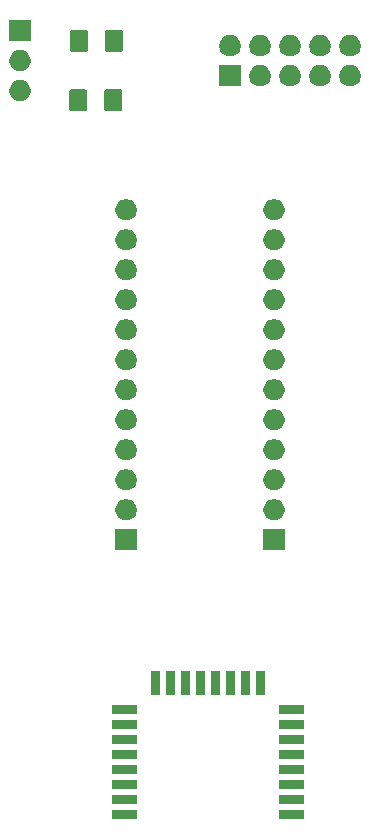
<source format=gbr>
G04 #@! TF.GenerationSoftware,KiCad,Pcbnew,(5.1.5)-3*
G04 #@! TF.CreationDate,2020-03-11T07:33:21-05:00*
G04 #@! TF.ProjectId,BreadboardBreakout,42726561-6462-46f6-9172-64427265616b,rev?*
G04 #@! TF.SameCoordinates,Original*
G04 #@! TF.FileFunction,Soldermask,Bot*
G04 #@! TF.FilePolarity,Negative*
%FSLAX46Y46*%
G04 Gerber Fmt 4.6, Leading zero omitted, Abs format (unit mm)*
G04 Created by KiCad (PCBNEW (5.1.5)-3) date 2020-03-11 07:33:21*
%MOMM*%
%LPD*%
G04 APERTURE LIST*
%ADD10C,0.100000*%
G04 APERTURE END LIST*
D10*
G36*
X8786800Y-28676800D02*
G01*
X6684800Y-28676800D01*
X6684800Y-27874800D01*
X8786800Y-27874800D01*
X8786800Y-28676800D01*
G37*
G36*
X-5313200Y-28676800D02*
G01*
X-7415200Y-28676800D01*
X-7415200Y-27874800D01*
X-5313200Y-27874800D01*
X-5313200Y-28676800D01*
G37*
G36*
X-5313200Y-27406800D02*
G01*
X-7415200Y-27406800D01*
X-7415200Y-26604800D01*
X-5313200Y-26604800D01*
X-5313200Y-27406800D01*
G37*
G36*
X8786800Y-27406800D02*
G01*
X6684800Y-27406800D01*
X6684800Y-26604800D01*
X8786800Y-26604800D01*
X8786800Y-27406800D01*
G37*
G36*
X-5313200Y-26136800D02*
G01*
X-7415200Y-26136800D01*
X-7415200Y-25334800D01*
X-5313200Y-25334800D01*
X-5313200Y-26136800D01*
G37*
G36*
X8786800Y-26136800D02*
G01*
X6684800Y-26136800D01*
X6684800Y-25334800D01*
X8786800Y-25334800D01*
X8786800Y-26136800D01*
G37*
G36*
X-5313200Y-24866800D02*
G01*
X-7415200Y-24866800D01*
X-7415200Y-24064800D01*
X-5313200Y-24064800D01*
X-5313200Y-24866800D01*
G37*
G36*
X8786800Y-24866800D02*
G01*
X6684800Y-24866800D01*
X6684800Y-24064800D01*
X8786800Y-24064800D01*
X8786800Y-24866800D01*
G37*
G36*
X-5313200Y-23596800D02*
G01*
X-7415200Y-23596800D01*
X-7415200Y-22794800D01*
X-5313200Y-22794800D01*
X-5313200Y-23596800D01*
G37*
G36*
X8786800Y-23596800D02*
G01*
X6684800Y-23596800D01*
X6684800Y-22794800D01*
X8786800Y-22794800D01*
X8786800Y-23596800D01*
G37*
G36*
X8786800Y-22326800D02*
G01*
X6684800Y-22326800D01*
X6684800Y-21524800D01*
X8786800Y-21524800D01*
X8786800Y-22326800D01*
G37*
G36*
X-5313200Y-22326800D02*
G01*
X-7415200Y-22326800D01*
X-7415200Y-21524800D01*
X-5313200Y-21524800D01*
X-5313200Y-22326800D01*
G37*
G36*
X8786800Y-21056800D02*
G01*
X6684800Y-21056800D01*
X6684800Y-20254800D01*
X8786800Y-20254800D01*
X8786800Y-21056800D01*
G37*
G36*
X-5313200Y-21056800D02*
G01*
X-7415200Y-21056800D01*
X-7415200Y-20254800D01*
X-5313200Y-20254800D01*
X-5313200Y-21056800D01*
G37*
G36*
X8786800Y-19786800D02*
G01*
X6684800Y-19786800D01*
X6684800Y-18984800D01*
X8786800Y-18984800D01*
X8786800Y-19786800D01*
G37*
G36*
X-5313200Y-19786800D02*
G01*
X-7415200Y-19786800D01*
X-7415200Y-18984800D01*
X-5313200Y-18984800D01*
X-5313200Y-19786800D01*
G37*
G36*
X-3373200Y-18176800D02*
G01*
X-4175200Y-18176800D01*
X-4175200Y-16074800D01*
X-3373200Y-16074800D01*
X-3373200Y-18176800D01*
G37*
G36*
X5516800Y-18176800D02*
G01*
X4714800Y-18176800D01*
X4714800Y-16074800D01*
X5516800Y-16074800D01*
X5516800Y-18176800D01*
G37*
G36*
X4246800Y-18176800D02*
G01*
X3444800Y-18176800D01*
X3444800Y-16074800D01*
X4246800Y-16074800D01*
X4246800Y-18176800D01*
G37*
G36*
X2976800Y-18176800D02*
G01*
X2174800Y-18176800D01*
X2174800Y-16074800D01*
X2976800Y-16074800D01*
X2976800Y-18176800D01*
G37*
G36*
X1706800Y-18176800D02*
G01*
X904800Y-18176800D01*
X904800Y-16074800D01*
X1706800Y-16074800D01*
X1706800Y-18176800D01*
G37*
G36*
X436800Y-18176800D02*
G01*
X-365200Y-18176800D01*
X-365200Y-16074800D01*
X436800Y-16074800D01*
X436800Y-18176800D01*
G37*
G36*
X-2103200Y-18176800D02*
G01*
X-2905200Y-18176800D01*
X-2905200Y-16074800D01*
X-2103200Y-16074800D01*
X-2103200Y-18176800D01*
G37*
G36*
X-833200Y-18176800D02*
G01*
X-1635200Y-18176800D01*
X-1635200Y-16074800D01*
X-833200Y-16074800D01*
X-833200Y-18176800D01*
G37*
G36*
X7161000Y-5901000D02*
G01*
X5359000Y-5901000D01*
X5359000Y-4099000D01*
X7161000Y-4099000D01*
X7161000Y-5901000D01*
G37*
G36*
X-5359000Y-5901000D02*
G01*
X-7161000Y-5901000D01*
X-7161000Y-4099000D01*
X-5359000Y-4099000D01*
X-5359000Y-5901000D01*
G37*
G36*
X-6146488Y-1563927D02*
G01*
X-5997188Y-1593624D01*
X-5833216Y-1661544D01*
X-5685646Y-1760147D01*
X-5560147Y-1885646D01*
X-5461544Y-2033216D01*
X-5393624Y-2197188D01*
X-5359000Y-2371259D01*
X-5359000Y-2548741D01*
X-5393624Y-2722812D01*
X-5461544Y-2886784D01*
X-5560147Y-3034354D01*
X-5685646Y-3159853D01*
X-5833216Y-3258456D01*
X-5997188Y-3326376D01*
X-6146488Y-3356073D01*
X-6171258Y-3361000D01*
X-6348742Y-3361000D01*
X-6373512Y-3356073D01*
X-6522812Y-3326376D01*
X-6686784Y-3258456D01*
X-6834354Y-3159853D01*
X-6959853Y-3034354D01*
X-7058456Y-2886784D01*
X-7126376Y-2722812D01*
X-7161000Y-2548741D01*
X-7161000Y-2371259D01*
X-7126376Y-2197188D01*
X-7058456Y-2033216D01*
X-6959853Y-1885646D01*
X-6834354Y-1760147D01*
X-6686784Y-1661544D01*
X-6522812Y-1593624D01*
X-6373512Y-1563927D01*
X-6348742Y-1559000D01*
X-6171258Y-1559000D01*
X-6146488Y-1563927D01*
G37*
G36*
X6373512Y-1563927D02*
G01*
X6522812Y-1593624D01*
X6686784Y-1661544D01*
X6834354Y-1760147D01*
X6959853Y-1885646D01*
X7058456Y-2033216D01*
X7126376Y-2197188D01*
X7161000Y-2371259D01*
X7161000Y-2548741D01*
X7126376Y-2722812D01*
X7058456Y-2886784D01*
X6959853Y-3034354D01*
X6834354Y-3159853D01*
X6686784Y-3258456D01*
X6522812Y-3326376D01*
X6373512Y-3356073D01*
X6348742Y-3361000D01*
X6171258Y-3361000D01*
X6146488Y-3356073D01*
X5997188Y-3326376D01*
X5833216Y-3258456D01*
X5685646Y-3159853D01*
X5560147Y-3034354D01*
X5461544Y-2886784D01*
X5393624Y-2722812D01*
X5359000Y-2548741D01*
X5359000Y-2371259D01*
X5393624Y-2197188D01*
X5461544Y-2033216D01*
X5560147Y-1885646D01*
X5685646Y-1760147D01*
X5833216Y-1661544D01*
X5997188Y-1593624D01*
X6146488Y-1563927D01*
X6171258Y-1559000D01*
X6348742Y-1559000D01*
X6373512Y-1563927D01*
G37*
G36*
X-6146488Y976073D02*
G01*
X-5997188Y946376D01*
X-5833216Y878456D01*
X-5685646Y779853D01*
X-5560147Y654354D01*
X-5461544Y506784D01*
X-5393624Y342812D01*
X-5359000Y168741D01*
X-5359000Y-8741D01*
X-5393624Y-182812D01*
X-5461544Y-346784D01*
X-5560147Y-494354D01*
X-5685646Y-619853D01*
X-5833216Y-718456D01*
X-5997188Y-786376D01*
X-6146488Y-816073D01*
X-6171258Y-821000D01*
X-6348742Y-821000D01*
X-6373512Y-816073D01*
X-6522812Y-786376D01*
X-6686784Y-718456D01*
X-6834354Y-619853D01*
X-6959853Y-494354D01*
X-7058456Y-346784D01*
X-7126376Y-182812D01*
X-7161000Y-8741D01*
X-7161000Y168741D01*
X-7126376Y342812D01*
X-7058456Y506784D01*
X-6959853Y654354D01*
X-6834354Y779853D01*
X-6686784Y878456D01*
X-6522812Y946376D01*
X-6373512Y976073D01*
X-6348742Y981000D01*
X-6171258Y981000D01*
X-6146488Y976073D01*
G37*
G36*
X6373512Y976073D02*
G01*
X6522812Y946376D01*
X6686784Y878456D01*
X6834354Y779853D01*
X6959853Y654354D01*
X7058456Y506784D01*
X7126376Y342812D01*
X7161000Y168741D01*
X7161000Y-8741D01*
X7126376Y-182812D01*
X7058456Y-346784D01*
X6959853Y-494354D01*
X6834354Y-619853D01*
X6686784Y-718456D01*
X6522812Y-786376D01*
X6373512Y-816073D01*
X6348742Y-821000D01*
X6171258Y-821000D01*
X6146488Y-816073D01*
X5997188Y-786376D01*
X5833216Y-718456D01*
X5685646Y-619853D01*
X5560147Y-494354D01*
X5461544Y-346784D01*
X5393624Y-182812D01*
X5359000Y-8741D01*
X5359000Y168741D01*
X5393624Y342812D01*
X5461544Y506784D01*
X5560147Y654354D01*
X5685646Y779853D01*
X5833216Y878456D01*
X5997188Y946376D01*
X6146488Y976073D01*
X6171258Y981000D01*
X6348742Y981000D01*
X6373512Y976073D01*
G37*
G36*
X6373512Y3516073D02*
G01*
X6522812Y3486376D01*
X6686784Y3418456D01*
X6834354Y3319853D01*
X6959853Y3194354D01*
X7058456Y3046784D01*
X7126376Y2882812D01*
X7161000Y2708741D01*
X7161000Y2531259D01*
X7126376Y2357188D01*
X7058456Y2193216D01*
X6959853Y2045646D01*
X6834354Y1920147D01*
X6686784Y1821544D01*
X6522812Y1753624D01*
X6373512Y1723927D01*
X6348742Y1719000D01*
X6171258Y1719000D01*
X6146488Y1723927D01*
X5997188Y1753624D01*
X5833216Y1821544D01*
X5685646Y1920147D01*
X5560147Y2045646D01*
X5461544Y2193216D01*
X5393624Y2357188D01*
X5359000Y2531259D01*
X5359000Y2708741D01*
X5393624Y2882812D01*
X5461544Y3046784D01*
X5560147Y3194354D01*
X5685646Y3319853D01*
X5833216Y3418456D01*
X5997188Y3486376D01*
X6146488Y3516073D01*
X6171258Y3521000D01*
X6348742Y3521000D01*
X6373512Y3516073D01*
G37*
G36*
X-6146488Y3516073D02*
G01*
X-5997188Y3486376D01*
X-5833216Y3418456D01*
X-5685646Y3319853D01*
X-5560147Y3194354D01*
X-5461544Y3046784D01*
X-5393624Y2882812D01*
X-5359000Y2708741D01*
X-5359000Y2531259D01*
X-5393624Y2357188D01*
X-5461544Y2193216D01*
X-5560147Y2045646D01*
X-5685646Y1920147D01*
X-5833216Y1821544D01*
X-5997188Y1753624D01*
X-6146488Y1723927D01*
X-6171258Y1719000D01*
X-6348742Y1719000D01*
X-6373512Y1723927D01*
X-6522812Y1753624D01*
X-6686784Y1821544D01*
X-6834354Y1920147D01*
X-6959853Y2045646D01*
X-7058456Y2193216D01*
X-7126376Y2357188D01*
X-7161000Y2531259D01*
X-7161000Y2708741D01*
X-7126376Y2882812D01*
X-7058456Y3046784D01*
X-6959853Y3194354D01*
X-6834354Y3319853D01*
X-6686784Y3418456D01*
X-6522812Y3486376D01*
X-6373512Y3516073D01*
X-6348742Y3521000D01*
X-6171258Y3521000D01*
X-6146488Y3516073D01*
G37*
G36*
X6373512Y6056073D02*
G01*
X6522812Y6026376D01*
X6686784Y5958456D01*
X6834354Y5859853D01*
X6959853Y5734354D01*
X7058456Y5586784D01*
X7126376Y5422812D01*
X7161000Y5248741D01*
X7161000Y5071259D01*
X7126376Y4897188D01*
X7058456Y4733216D01*
X6959853Y4585646D01*
X6834354Y4460147D01*
X6686784Y4361544D01*
X6522812Y4293624D01*
X6373512Y4263927D01*
X6348742Y4259000D01*
X6171258Y4259000D01*
X6146488Y4263927D01*
X5997188Y4293624D01*
X5833216Y4361544D01*
X5685646Y4460147D01*
X5560147Y4585646D01*
X5461544Y4733216D01*
X5393624Y4897188D01*
X5359000Y5071259D01*
X5359000Y5248741D01*
X5393624Y5422812D01*
X5461544Y5586784D01*
X5560147Y5734354D01*
X5685646Y5859853D01*
X5833216Y5958456D01*
X5997188Y6026376D01*
X6146488Y6056073D01*
X6171258Y6061000D01*
X6348742Y6061000D01*
X6373512Y6056073D01*
G37*
G36*
X-6146488Y6056073D02*
G01*
X-5997188Y6026376D01*
X-5833216Y5958456D01*
X-5685646Y5859853D01*
X-5560147Y5734354D01*
X-5461544Y5586784D01*
X-5393624Y5422812D01*
X-5359000Y5248741D01*
X-5359000Y5071259D01*
X-5393624Y4897188D01*
X-5461544Y4733216D01*
X-5560147Y4585646D01*
X-5685646Y4460147D01*
X-5833216Y4361544D01*
X-5997188Y4293624D01*
X-6146488Y4263927D01*
X-6171258Y4259000D01*
X-6348742Y4259000D01*
X-6373512Y4263927D01*
X-6522812Y4293624D01*
X-6686784Y4361544D01*
X-6834354Y4460147D01*
X-6959853Y4585646D01*
X-7058456Y4733216D01*
X-7126376Y4897188D01*
X-7161000Y5071259D01*
X-7161000Y5248741D01*
X-7126376Y5422812D01*
X-7058456Y5586784D01*
X-6959853Y5734354D01*
X-6834354Y5859853D01*
X-6686784Y5958456D01*
X-6522812Y6026376D01*
X-6373512Y6056073D01*
X-6348742Y6061000D01*
X-6171258Y6061000D01*
X-6146488Y6056073D01*
G37*
G36*
X6373512Y8596073D02*
G01*
X6522812Y8566376D01*
X6686784Y8498456D01*
X6834354Y8399853D01*
X6959853Y8274354D01*
X7058456Y8126784D01*
X7126376Y7962812D01*
X7161000Y7788741D01*
X7161000Y7611259D01*
X7126376Y7437188D01*
X7058456Y7273216D01*
X6959853Y7125646D01*
X6834354Y7000147D01*
X6686784Y6901544D01*
X6522812Y6833624D01*
X6373512Y6803927D01*
X6348742Y6799000D01*
X6171258Y6799000D01*
X6146488Y6803927D01*
X5997188Y6833624D01*
X5833216Y6901544D01*
X5685646Y7000147D01*
X5560147Y7125646D01*
X5461544Y7273216D01*
X5393624Y7437188D01*
X5359000Y7611259D01*
X5359000Y7788741D01*
X5393624Y7962812D01*
X5461544Y8126784D01*
X5560147Y8274354D01*
X5685646Y8399853D01*
X5833216Y8498456D01*
X5997188Y8566376D01*
X6146488Y8596073D01*
X6171258Y8601000D01*
X6348742Y8601000D01*
X6373512Y8596073D01*
G37*
G36*
X-6146488Y8596073D02*
G01*
X-5997188Y8566376D01*
X-5833216Y8498456D01*
X-5685646Y8399853D01*
X-5560147Y8274354D01*
X-5461544Y8126784D01*
X-5393624Y7962812D01*
X-5359000Y7788741D01*
X-5359000Y7611259D01*
X-5393624Y7437188D01*
X-5461544Y7273216D01*
X-5560147Y7125646D01*
X-5685646Y7000147D01*
X-5833216Y6901544D01*
X-5997188Y6833624D01*
X-6146488Y6803927D01*
X-6171258Y6799000D01*
X-6348742Y6799000D01*
X-6373512Y6803927D01*
X-6522812Y6833624D01*
X-6686784Y6901544D01*
X-6834354Y7000147D01*
X-6959853Y7125646D01*
X-7058456Y7273216D01*
X-7126376Y7437188D01*
X-7161000Y7611259D01*
X-7161000Y7788741D01*
X-7126376Y7962812D01*
X-7058456Y8126784D01*
X-6959853Y8274354D01*
X-6834354Y8399853D01*
X-6686784Y8498456D01*
X-6522812Y8566376D01*
X-6373512Y8596073D01*
X-6348742Y8601000D01*
X-6171258Y8601000D01*
X-6146488Y8596073D01*
G37*
G36*
X-6146488Y11136073D02*
G01*
X-5997188Y11106376D01*
X-5833216Y11038456D01*
X-5685646Y10939853D01*
X-5560147Y10814354D01*
X-5461544Y10666784D01*
X-5393624Y10502812D01*
X-5359000Y10328741D01*
X-5359000Y10151259D01*
X-5393624Y9977188D01*
X-5461544Y9813216D01*
X-5560147Y9665646D01*
X-5685646Y9540147D01*
X-5833216Y9441544D01*
X-5997188Y9373624D01*
X-6146488Y9343927D01*
X-6171258Y9339000D01*
X-6348742Y9339000D01*
X-6373512Y9343927D01*
X-6522812Y9373624D01*
X-6686784Y9441544D01*
X-6834354Y9540147D01*
X-6959853Y9665646D01*
X-7058456Y9813216D01*
X-7126376Y9977188D01*
X-7161000Y10151259D01*
X-7161000Y10328741D01*
X-7126376Y10502812D01*
X-7058456Y10666784D01*
X-6959853Y10814354D01*
X-6834354Y10939853D01*
X-6686784Y11038456D01*
X-6522812Y11106376D01*
X-6373512Y11136073D01*
X-6348742Y11141000D01*
X-6171258Y11141000D01*
X-6146488Y11136073D01*
G37*
G36*
X6373512Y11136073D02*
G01*
X6522812Y11106376D01*
X6686784Y11038456D01*
X6834354Y10939853D01*
X6959853Y10814354D01*
X7058456Y10666784D01*
X7126376Y10502812D01*
X7161000Y10328741D01*
X7161000Y10151259D01*
X7126376Y9977188D01*
X7058456Y9813216D01*
X6959853Y9665646D01*
X6834354Y9540147D01*
X6686784Y9441544D01*
X6522812Y9373624D01*
X6373512Y9343927D01*
X6348742Y9339000D01*
X6171258Y9339000D01*
X6146488Y9343927D01*
X5997188Y9373624D01*
X5833216Y9441544D01*
X5685646Y9540147D01*
X5560147Y9665646D01*
X5461544Y9813216D01*
X5393624Y9977188D01*
X5359000Y10151259D01*
X5359000Y10328741D01*
X5393624Y10502812D01*
X5461544Y10666784D01*
X5560147Y10814354D01*
X5685646Y10939853D01*
X5833216Y11038456D01*
X5997188Y11106376D01*
X6146488Y11136073D01*
X6171258Y11141000D01*
X6348742Y11141000D01*
X6373512Y11136073D01*
G37*
G36*
X-6146488Y13676073D02*
G01*
X-5997188Y13646376D01*
X-5833216Y13578456D01*
X-5685646Y13479853D01*
X-5560147Y13354354D01*
X-5461544Y13206784D01*
X-5393624Y13042812D01*
X-5359000Y12868741D01*
X-5359000Y12691259D01*
X-5393624Y12517188D01*
X-5461544Y12353216D01*
X-5560147Y12205646D01*
X-5685646Y12080147D01*
X-5833216Y11981544D01*
X-5997188Y11913624D01*
X-6146488Y11883927D01*
X-6171258Y11879000D01*
X-6348742Y11879000D01*
X-6373512Y11883927D01*
X-6522812Y11913624D01*
X-6686784Y11981544D01*
X-6834354Y12080147D01*
X-6959853Y12205646D01*
X-7058456Y12353216D01*
X-7126376Y12517188D01*
X-7161000Y12691259D01*
X-7161000Y12868741D01*
X-7126376Y13042812D01*
X-7058456Y13206784D01*
X-6959853Y13354354D01*
X-6834354Y13479853D01*
X-6686784Y13578456D01*
X-6522812Y13646376D01*
X-6373512Y13676073D01*
X-6348742Y13681000D01*
X-6171258Y13681000D01*
X-6146488Y13676073D01*
G37*
G36*
X6373512Y13676073D02*
G01*
X6522812Y13646376D01*
X6686784Y13578456D01*
X6834354Y13479853D01*
X6959853Y13354354D01*
X7058456Y13206784D01*
X7126376Y13042812D01*
X7161000Y12868741D01*
X7161000Y12691259D01*
X7126376Y12517188D01*
X7058456Y12353216D01*
X6959853Y12205646D01*
X6834354Y12080147D01*
X6686784Y11981544D01*
X6522812Y11913624D01*
X6373512Y11883927D01*
X6348742Y11879000D01*
X6171258Y11879000D01*
X6146488Y11883927D01*
X5997188Y11913624D01*
X5833216Y11981544D01*
X5685646Y12080147D01*
X5560147Y12205646D01*
X5461544Y12353216D01*
X5393624Y12517188D01*
X5359000Y12691259D01*
X5359000Y12868741D01*
X5393624Y13042812D01*
X5461544Y13206784D01*
X5560147Y13354354D01*
X5685646Y13479853D01*
X5833216Y13578456D01*
X5997188Y13646376D01*
X6146488Y13676073D01*
X6171258Y13681000D01*
X6348742Y13681000D01*
X6373512Y13676073D01*
G37*
G36*
X6373512Y16216073D02*
G01*
X6522812Y16186376D01*
X6686784Y16118456D01*
X6834354Y16019853D01*
X6959853Y15894354D01*
X7058456Y15746784D01*
X7126376Y15582812D01*
X7161000Y15408741D01*
X7161000Y15231259D01*
X7126376Y15057188D01*
X7058456Y14893216D01*
X6959853Y14745646D01*
X6834354Y14620147D01*
X6686784Y14521544D01*
X6522812Y14453624D01*
X6373512Y14423927D01*
X6348742Y14419000D01*
X6171258Y14419000D01*
X6146488Y14423927D01*
X5997188Y14453624D01*
X5833216Y14521544D01*
X5685646Y14620147D01*
X5560147Y14745646D01*
X5461544Y14893216D01*
X5393624Y15057188D01*
X5359000Y15231259D01*
X5359000Y15408741D01*
X5393624Y15582812D01*
X5461544Y15746784D01*
X5560147Y15894354D01*
X5685646Y16019853D01*
X5833216Y16118456D01*
X5997188Y16186376D01*
X6146488Y16216073D01*
X6171258Y16221000D01*
X6348742Y16221000D01*
X6373512Y16216073D01*
G37*
G36*
X-6146488Y16216073D02*
G01*
X-5997188Y16186376D01*
X-5833216Y16118456D01*
X-5685646Y16019853D01*
X-5560147Y15894354D01*
X-5461544Y15746784D01*
X-5393624Y15582812D01*
X-5359000Y15408741D01*
X-5359000Y15231259D01*
X-5393624Y15057188D01*
X-5461544Y14893216D01*
X-5560147Y14745646D01*
X-5685646Y14620147D01*
X-5833216Y14521544D01*
X-5997188Y14453624D01*
X-6146488Y14423927D01*
X-6171258Y14419000D01*
X-6348742Y14419000D01*
X-6373512Y14423927D01*
X-6522812Y14453624D01*
X-6686784Y14521544D01*
X-6834354Y14620147D01*
X-6959853Y14745646D01*
X-7058456Y14893216D01*
X-7126376Y15057188D01*
X-7161000Y15231259D01*
X-7161000Y15408741D01*
X-7126376Y15582812D01*
X-7058456Y15746784D01*
X-6959853Y15894354D01*
X-6834354Y16019853D01*
X-6686784Y16118456D01*
X-6522812Y16186376D01*
X-6373512Y16216073D01*
X-6348742Y16221000D01*
X-6171258Y16221000D01*
X-6146488Y16216073D01*
G37*
G36*
X6373512Y18756073D02*
G01*
X6522812Y18726376D01*
X6686784Y18658456D01*
X6834354Y18559853D01*
X6959853Y18434354D01*
X7058456Y18286784D01*
X7126376Y18122812D01*
X7161000Y17948741D01*
X7161000Y17771259D01*
X7126376Y17597188D01*
X7058456Y17433216D01*
X6959853Y17285646D01*
X6834354Y17160147D01*
X6686784Y17061544D01*
X6522812Y16993624D01*
X6373512Y16963927D01*
X6348742Y16959000D01*
X6171258Y16959000D01*
X6146488Y16963927D01*
X5997188Y16993624D01*
X5833216Y17061544D01*
X5685646Y17160147D01*
X5560147Y17285646D01*
X5461544Y17433216D01*
X5393624Y17597188D01*
X5359000Y17771259D01*
X5359000Y17948741D01*
X5393624Y18122812D01*
X5461544Y18286784D01*
X5560147Y18434354D01*
X5685646Y18559853D01*
X5833216Y18658456D01*
X5997188Y18726376D01*
X6146488Y18756073D01*
X6171258Y18761000D01*
X6348742Y18761000D01*
X6373512Y18756073D01*
G37*
G36*
X-6146488Y18756073D02*
G01*
X-5997188Y18726376D01*
X-5833216Y18658456D01*
X-5685646Y18559853D01*
X-5560147Y18434354D01*
X-5461544Y18286784D01*
X-5393624Y18122812D01*
X-5359000Y17948741D01*
X-5359000Y17771259D01*
X-5393624Y17597188D01*
X-5461544Y17433216D01*
X-5560147Y17285646D01*
X-5685646Y17160147D01*
X-5833216Y17061544D01*
X-5997188Y16993624D01*
X-6146488Y16963927D01*
X-6171258Y16959000D01*
X-6348742Y16959000D01*
X-6373512Y16963927D01*
X-6522812Y16993624D01*
X-6686784Y17061544D01*
X-6834354Y17160147D01*
X-6959853Y17285646D01*
X-7058456Y17433216D01*
X-7126376Y17597188D01*
X-7161000Y17771259D01*
X-7161000Y17948741D01*
X-7126376Y18122812D01*
X-7058456Y18286784D01*
X-6959853Y18434354D01*
X-6834354Y18559853D01*
X-6686784Y18658456D01*
X-6522812Y18726376D01*
X-6373512Y18756073D01*
X-6348742Y18761000D01*
X-6171258Y18761000D01*
X-6146488Y18756073D01*
G37*
G36*
X6373512Y21296073D02*
G01*
X6522812Y21266376D01*
X6686784Y21198456D01*
X6834354Y21099853D01*
X6959853Y20974354D01*
X7058456Y20826784D01*
X7126376Y20662812D01*
X7161000Y20488741D01*
X7161000Y20311259D01*
X7126376Y20137188D01*
X7058456Y19973216D01*
X6959853Y19825646D01*
X6834354Y19700147D01*
X6686784Y19601544D01*
X6522812Y19533624D01*
X6373512Y19503927D01*
X6348742Y19499000D01*
X6171258Y19499000D01*
X6146488Y19503927D01*
X5997188Y19533624D01*
X5833216Y19601544D01*
X5685646Y19700147D01*
X5560147Y19825646D01*
X5461544Y19973216D01*
X5393624Y20137188D01*
X5359000Y20311259D01*
X5359000Y20488741D01*
X5393624Y20662812D01*
X5461544Y20826784D01*
X5560147Y20974354D01*
X5685646Y21099853D01*
X5833216Y21198456D01*
X5997188Y21266376D01*
X6146488Y21296073D01*
X6171258Y21301000D01*
X6348742Y21301000D01*
X6373512Y21296073D01*
G37*
G36*
X-6146488Y21296073D02*
G01*
X-5997188Y21266376D01*
X-5833216Y21198456D01*
X-5685646Y21099853D01*
X-5560147Y20974354D01*
X-5461544Y20826784D01*
X-5393624Y20662812D01*
X-5359000Y20488741D01*
X-5359000Y20311259D01*
X-5393624Y20137188D01*
X-5461544Y19973216D01*
X-5560147Y19825646D01*
X-5685646Y19700147D01*
X-5833216Y19601544D01*
X-5997188Y19533624D01*
X-6146488Y19503927D01*
X-6171258Y19499000D01*
X-6348742Y19499000D01*
X-6373512Y19503927D01*
X-6522812Y19533624D01*
X-6686784Y19601544D01*
X-6834354Y19700147D01*
X-6959853Y19825646D01*
X-7058456Y19973216D01*
X-7126376Y20137188D01*
X-7161000Y20311259D01*
X-7161000Y20488741D01*
X-7126376Y20662812D01*
X-7058456Y20826784D01*
X-6959853Y20974354D01*
X-6834354Y21099853D01*
X-6686784Y21198456D01*
X-6522812Y21266376D01*
X-6373512Y21296073D01*
X-6348742Y21301000D01*
X-6171258Y21301000D01*
X-6146488Y21296073D01*
G37*
G36*
X-6146488Y23836073D02*
G01*
X-5997188Y23806376D01*
X-5833216Y23738456D01*
X-5685646Y23639853D01*
X-5560147Y23514354D01*
X-5461544Y23366784D01*
X-5393624Y23202812D01*
X-5359000Y23028741D01*
X-5359000Y22851259D01*
X-5393624Y22677188D01*
X-5461544Y22513216D01*
X-5560147Y22365646D01*
X-5685646Y22240147D01*
X-5833216Y22141544D01*
X-5997188Y22073624D01*
X-6146488Y22043927D01*
X-6171258Y22039000D01*
X-6348742Y22039000D01*
X-6373512Y22043927D01*
X-6522812Y22073624D01*
X-6686784Y22141544D01*
X-6834354Y22240147D01*
X-6959853Y22365646D01*
X-7058456Y22513216D01*
X-7126376Y22677188D01*
X-7161000Y22851259D01*
X-7161000Y23028741D01*
X-7126376Y23202812D01*
X-7058456Y23366784D01*
X-6959853Y23514354D01*
X-6834354Y23639853D01*
X-6686784Y23738456D01*
X-6522812Y23806376D01*
X-6373512Y23836073D01*
X-6348742Y23841000D01*
X-6171258Y23841000D01*
X-6146488Y23836073D01*
G37*
G36*
X6373512Y23836073D02*
G01*
X6522812Y23806376D01*
X6686784Y23738456D01*
X6834354Y23639853D01*
X6959853Y23514354D01*
X7058456Y23366784D01*
X7126376Y23202812D01*
X7161000Y23028741D01*
X7161000Y22851259D01*
X7126376Y22677188D01*
X7058456Y22513216D01*
X6959853Y22365646D01*
X6834354Y22240147D01*
X6686784Y22141544D01*
X6522812Y22073624D01*
X6373512Y22043927D01*
X6348742Y22039000D01*
X6171258Y22039000D01*
X6146488Y22043927D01*
X5997188Y22073624D01*
X5833216Y22141544D01*
X5685646Y22240147D01*
X5560147Y22365646D01*
X5461544Y22513216D01*
X5393624Y22677188D01*
X5359000Y22851259D01*
X5359000Y23028741D01*
X5393624Y23202812D01*
X5461544Y23366784D01*
X5560147Y23514354D01*
X5685646Y23639853D01*
X5833216Y23738456D01*
X5997188Y23806376D01*
X6146488Y23836073D01*
X6171258Y23841000D01*
X6348742Y23841000D01*
X6373512Y23836073D01*
G37*
G36*
X-9699338Y33129019D02*
G01*
X-9664419Y33118426D01*
X-9632237Y33101224D01*
X-9604027Y33078073D01*
X-9580876Y33049863D01*
X-9563674Y33017681D01*
X-9553081Y32982762D01*
X-9548900Y32940305D01*
X-9548900Y31474095D01*
X-9553081Y31431638D01*
X-9563674Y31396719D01*
X-9580876Y31364537D01*
X-9604027Y31336327D01*
X-9632237Y31313176D01*
X-9664419Y31295974D01*
X-9699338Y31285381D01*
X-9741795Y31281200D01*
X-10883005Y31281200D01*
X-10925462Y31285381D01*
X-10960381Y31295974D01*
X-10992563Y31313176D01*
X-11020773Y31336327D01*
X-11043924Y31364537D01*
X-11061126Y31396719D01*
X-11071719Y31431638D01*
X-11075900Y31474095D01*
X-11075900Y32940305D01*
X-11071719Y32982762D01*
X-11061126Y33017681D01*
X-11043924Y33049863D01*
X-11020773Y33078073D01*
X-10992563Y33101224D01*
X-10960381Y33118426D01*
X-10925462Y33129019D01*
X-10883005Y33133200D01*
X-9741795Y33133200D01*
X-9699338Y33129019D01*
G37*
G36*
X-6724338Y33129019D02*
G01*
X-6689419Y33118426D01*
X-6657237Y33101224D01*
X-6629027Y33078073D01*
X-6605876Y33049863D01*
X-6588674Y33017681D01*
X-6578081Y32982762D01*
X-6573900Y32940305D01*
X-6573900Y31474095D01*
X-6578081Y31431638D01*
X-6588674Y31396719D01*
X-6605876Y31364537D01*
X-6629027Y31336327D01*
X-6657237Y31313176D01*
X-6689419Y31295974D01*
X-6724338Y31285381D01*
X-6766795Y31281200D01*
X-7908005Y31281200D01*
X-7950462Y31285381D01*
X-7985381Y31295974D01*
X-8017563Y31313176D01*
X-8045773Y31336327D01*
X-8068924Y31364537D01*
X-8086126Y31396719D01*
X-8096719Y31431638D01*
X-8100900Y31474095D01*
X-8100900Y32940305D01*
X-8096719Y32982762D01*
X-8086126Y33017681D01*
X-8068924Y33049863D01*
X-8045773Y33078073D01*
X-8017563Y33101224D01*
X-7985381Y33118426D01*
X-7950462Y33129019D01*
X-7908005Y33133200D01*
X-6766795Y33133200D01*
X-6724338Y33129019D01*
G37*
G36*
X-15126488Y33916073D02*
G01*
X-14977188Y33886376D01*
X-14813216Y33818456D01*
X-14665646Y33719853D01*
X-14540147Y33594354D01*
X-14441544Y33446784D01*
X-14373624Y33282812D01*
X-14339000Y33108741D01*
X-14339000Y32931259D01*
X-14373624Y32757188D01*
X-14441544Y32593216D01*
X-14540147Y32445646D01*
X-14665646Y32320147D01*
X-14813216Y32221544D01*
X-14977188Y32153624D01*
X-15126488Y32123927D01*
X-15151258Y32119000D01*
X-15328742Y32119000D01*
X-15353512Y32123927D01*
X-15502812Y32153624D01*
X-15666784Y32221544D01*
X-15814354Y32320147D01*
X-15939853Y32445646D01*
X-16038456Y32593216D01*
X-16106376Y32757188D01*
X-16141000Y32931259D01*
X-16141000Y33108741D01*
X-16106376Y33282812D01*
X-16038456Y33446784D01*
X-15939853Y33594354D01*
X-15814354Y33719853D01*
X-15666784Y33818456D01*
X-15502812Y33886376D01*
X-15353512Y33916073D01*
X-15328742Y33921000D01*
X-15151258Y33921000D01*
X-15126488Y33916073D01*
G37*
G36*
X12966778Y35169453D02*
G01*
X13133224Y35100509D01*
X13283022Y35000417D01*
X13410417Y34873022D01*
X13510509Y34723224D01*
X13579453Y34556778D01*
X13614600Y34380082D01*
X13614600Y34199918D01*
X13579453Y34023222D01*
X13510509Y33856776D01*
X13410417Y33706978D01*
X13283022Y33579583D01*
X13133224Y33479491D01*
X12966778Y33410547D01*
X12790082Y33375400D01*
X12609918Y33375400D01*
X12433222Y33410547D01*
X12266776Y33479491D01*
X12116978Y33579583D01*
X11989583Y33706978D01*
X11889491Y33856776D01*
X11820547Y34023222D01*
X11785400Y34199918D01*
X11785400Y34380082D01*
X11820547Y34556778D01*
X11889491Y34723224D01*
X11989583Y34873022D01*
X12116978Y35000417D01*
X12266776Y35100509D01*
X12433222Y35169453D01*
X12609918Y35204600D01*
X12790082Y35204600D01*
X12966778Y35169453D01*
G37*
G36*
X5346778Y35169453D02*
G01*
X5513224Y35100509D01*
X5663022Y35000417D01*
X5790417Y34873022D01*
X5890509Y34723224D01*
X5959453Y34556778D01*
X5994600Y34380082D01*
X5994600Y34199918D01*
X5959453Y34023222D01*
X5890509Y33856776D01*
X5790417Y33706978D01*
X5663022Y33579583D01*
X5513224Y33479491D01*
X5346778Y33410547D01*
X5170082Y33375400D01*
X4989918Y33375400D01*
X4813222Y33410547D01*
X4646776Y33479491D01*
X4496978Y33579583D01*
X4369583Y33706978D01*
X4269491Y33856776D01*
X4200547Y34023222D01*
X4165400Y34199918D01*
X4165400Y34380082D01*
X4200547Y34556778D01*
X4269491Y34723224D01*
X4369583Y34873022D01*
X4496978Y35000417D01*
X4646776Y35100509D01*
X4813222Y35169453D01*
X4989918Y35204600D01*
X5170082Y35204600D01*
X5346778Y35169453D01*
G37*
G36*
X10426778Y35169453D02*
G01*
X10593224Y35100509D01*
X10743022Y35000417D01*
X10870417Y34873022D01*
X10970509Y34723224D01*
X11039453Y34556778D01*
X11074600Y34380082D01*
X11074600Y34199918D01*
X11039453Y34023222D01*
X10970509Y33856776D01*
X10870417Y33706978D01*
X10743022Y33579583D01*
X10593224Y33479491D01*
X10426778Y33410547D01*
X10250082Y33375400D01*
X10069918Y33375400D01*
X9893222Y33410547D01*
X9726776Y33479491D01*
X9576978Y33579583D01*
X9449583Y33706978D01*
X9349491Y33856776D01*
X9280547Y34023222D01*
X9245400Y34199918D01*
X9245400Y34380082D01*
X9280547Y34556778D01*
X9349491Y34723224D01*
X9449583Y34873022D01*
X9576978Y35000417D01*
X9726776Y35100509D01*
X9893222Y35169453D01*
X10069918Y35204600D01*
X10250082Y35204600D01*
X10426778Y35169453D01*
G37*
G36*
X3454600Y33375400D02*
G01*
X1625400Y33375400D01*
X1625400Y35204600D01*
X3454600Y35204600D01*
X3454600Y33375400D01*
G37*
G36*
X7886778Y35169453D02*
G01*
X8053224Y35100509D01*
X8203022Y35000417D01*
X8330417Y34873022D01*
X8430509Y34723224D01*
X8499453Y34556778D01*
X8534600Y34380082D01*
X8534600Y34199918D01*
X8499453Y34023222D01*
X8430509Y33856776D01*
X8330417Y33706978D01*
X8203022Y33579583D01*
X8053224Y33479491D01*
X7886778Y33410547D01*
X7710082Y33375400D01*
X7529918Y33375400D01*
X7353222Y33410547D01*
X7186776Y33479491D01*
X7036978Y33579583D01*
X6909583Y33706978D01*
X6809491Y33856776D01*
X6740547Y34023222D01*
X6705400Y34199918D01*
X6705400Y34380082D01*
X6740547Y34556778D01*
X6809491Y34723224D01*
X6909583Y34873022D01*
X7036978Y35000417D01*
X7186776Y35100509D01*
X7353222Y35169453D01*
X7529918Y35204600D01*
X7710082Y35204600D01*
X7886778Y35169453D01*
G37*
G36*
X-15126488Y36456073D02*
G01*
X-14977188Y36426376D01*
X-14813216Y36358456D01*
X-14665646Y36259853D01*
X-14540147Y36134354D01*
X-14441544Y35986784D01*
X-14373624Y35822812D01*
X-14339000Y35648741D01*
X-14339000Y35471259D01*
X-14373624Y35297188D01*
X-14441544Y35133216D01*
X-14540147Y34985646D01*
X-14665646Y34860147D01*
X-14813216Y34761544D01*
X-14977188Y34693624D01*
X-15126488Y34663927D01*
X-15151258Y34659000D01*
X-15328742Y34659000D01*
X-15353512Y34663927D01*
X-15502812Y34693624D01*
X-15666784Y34761544D01*
X-15814354Y34860147D01*
X-15939853Y34985646D01*
X-16038456Y35133216D01*
X-16106376Y35297188D01*
X-16141000Y35471259D01*
X-16141000Y35648741D01*
X-16106376Y35822812D01*
X-16038456Y35986784D01*
X-15939853Y36134354D01*
X-15814354Y36259853D01*
X-15666784Y36358456D01*
X-15502812Y36426376D01*
X-15353512Y36456073D01*
X-15328742Y36461000D01*
X-15151258Y36461000D01*
X-15126488Y36456073D01*
G37*
G36*
X5346778Y37709453D02*
G01*
X5513224Y37640509D01*
X5663022Y37540417D01*
X5790417Y37413022D01*
X5890509Y37263224D01*
X5959453Y37096778D01*
X5994600Y36920082D01*
X5994600Y36739918D01*
X5959453Y36563222D01*
X5890509Y36396776D01*
X5790417Y36246978D01*
X5663022Y36119583D01*
X5513224Y36019491D01*
X5346778Y35950547D01*
X5170082Y35915400D01*
X4989918Y35915400D01*
X4813222Y35950547D01*
X4646776Y36019491D01*
X4496978Y36119583D01*
X4369583Y36246978D01*
X4269491Y36396776D01*
X4200547Y36563222D01*
X4165400Y36739918D01*
X4165400Y36920082D01*
X4200547Y37096778D01*
X4269491Y37263224D01*
X4369583Y37413022D01*
X4496978Y37540417D01*
X4646776Y37640509D01*
X4813222Y37709453D01*
X4989918Y37744600D01*
X5170082Y37744600D01*
X5346778Y37709453D01*
G37*
G36*
X12966778Y37709453D02*
G01*
X13133224Y37640509D01*
X13283022Y37540417D01*
X13410417Y37413022D01*
X13510509Y37263224D01*
X13579453Y37096778D01*
X13614600Y36920082D01*
X13614600Y36739918D01*
X13579453Y36563222D01*
X13510509Y36396776D01*
X13410417Y36246978D01*
X13283022Y36119583D01*
X13133224Y36019491D01*
X12966778Y35950547D01*
X12790082Y35915400D01*
X12609918Y35915400D01*
X12433222Y35950547D01*
X12266776Y36019491D01*
X12116978Y36119583D01*
X11989583Y36246978D01*
X11889491Y36396776D01*
X11820547Y36563222D01*
X11785400Y36739918D01*
X11785400Y36920082D01*
X11820547Y37096778D01*
X11889491Y37263224D01*
X11989583Y37413022D01*
X12116978Y37540417D01*
X12266776Y37640509D01*
X12433222Y37709453D01*
X12609918Y37744600D01*
X12790082Y37744600D01*
X12966778Y37709453D01*
G37*
G36*
X10426778Y37709453D02*
G01*
X10593224Y37640509D01*
X10743022Y37540417D01*
X10870417Y37413022D01*
X10970509Y37263224D01*
X11039453Y37096778D01*
X11074600Y36920082D01*
X11074600Y36739918D01*
X11039453Y36563222D01*
X10970509Y36396776D01*
X10870417Y36246978D01*
X10743022Y36119583D01*
X10593224Y36019491D01*
X10426778Y35950547D01*
X10250082Y35915400D01*
X10069918Y35915400D01*
X9893222Y35950547D01*
X9726776Y36019491D01*
X9576978Y36119583D01*
X9449583Y36246978D01*
X9349491Y36396776D01*
X9280547Y36563222D01*
X9245400Y36739918D01*
X9245400Y36920082D01*
X9280547Y37096778D01*
X9349491Y37263224D01*
X9449583Y37413022D01*
X9576978Y37540417D01*
X9726776Y37640509D01*
X9893222Y37709453D01*
X10069918Y37744600D01*
X10250082Y37744600D01*
X10426778Y37709453D01*
G37*
G36*
X7886778Y37709453D02*
G01*
X8053224Y37640509D01*
X8203022Y37540417D01*
X8330417Y37413022D01*
X8430509Y37263224D01*
X8499453Y37096778D01*
X8534600Y36920082D01*
X8534600Y36739918D01*
X8499453Y36563222D01*
X8430509Y36396776D01*
X8330417Y36246978D01*
X8203022Y36119583D01*
X8053224Y36019491D01*
X7886778Y35950547D01*
X7710082Y35915400D01*
X7529918Y35915400D01*
X7353222Y35950547D01*
X7186776Y36019491D01*
X7036978Y36119583D01*
X6909583Y36246978D01*
X6809491Y36396776D01*
X6740547Y36563222D01*
X6705400Y36739918D01*
X6705400Y36920082D01*
X6740547Y37096778D01*
X6809491Y37263224D01*
X6909583Y37413022D01*
X7036978Y37540417D01*
X7186776Y37640509D01*
X7353222Y37709453D01*
X7529918Y37744600D01*
X7710082Y37744600D01*
X7886778Y37709453D01*
G37*
G36*
X2806778Y37709453D02*
G01*
X2973224Y37640509D01*
X3123022Y37540417D01*
X3250417Y37413022D01*
X3350509Y37263224D01*
X3419453Y37096778D01*
X3454600Y36920082D01*
X3454600Y36739918D01*
X3419453Y36563222D01*
X3350509Y36396776D01*
X3250417Y36246978D01*
X3123022Y36119583D01*
X2973224Y36019491D01*
X2806778Y35950547D01*
X2630082Y35915400D01*
X2449918Y35915400D01*
X2273222Y35950547D01*
X2106776Y36019491D01*
X1956978Y36119583D01*
X1829583Y36246978D01*
X1729491Y36396776D01*
X1660547Y36563222D01*
X1625400Y36739918D01*
X1625400Y36920082D01*
X1660547Y37096778D01*
X1729491Y37263224D01*
X1829583Y37413022D01*
X1956978Y37540417D01*
X2106776Y37640509D01*
X2273222Y37709453D01*
X2449918Y37744600D01*
X2630082Y37744600D01*
X2806778Y37709453D01*
G37*
G36*
X-6667839Y38157018D02*
G01*
X-6632920Y38146425D01*
X-6600738Y38129223D01*
X-6572528Y38106072D01*
X-6549377Y38077862D01*
X-6532175Y38045680D01*
X-6521582Y38010761D01*
X-6517401Y37968304D01*
X-6517401Y36502094D01*
X-6521582Y36459637D01*
X-6532175Y36424718D01*
X-6549377Y36392536D01*
X-6572528Y36364326D01*
X-6600738Y36341175D01*
X-6632920Y36323973D01*
X-6667839Y36313380D01*
X-6710296Y36309199D01*
X-7851506Y36309199D01*
X-7893963Y36313380D01*
X-7928882Y36323973D01*
X-7961064Y36341175D01*
X-7989274Y36364326D01*
X-8012425Y36392536D01*
X-8029627Y36424718D01*
X-8040220Y36459637D01*
X-8044401Y36502094D01*
X-8044401Y37968304D01*
X-8040220Y38010761D01*
X-8029627Y38045680D01*
X-8012425Y38077862D01*
X-7989274Y38106072D01*
X-7961064Y38129223D01*
X-7928882Y38146425D01*
X-7893963Y38157018D01*
X-7851506Y38161199D01*
X-6710296Y38161199D01*
X-6667839Y38157018D01*
G37*
G36*
X-9642839Y38157018D02*
G01*
X-9607920Y38146425D01*
X-9575738Y38129223D01*
X-9547528Y38106072D01*
X-9524377Y38077862D01*
X-9507175Y38045680D01*
X-9496582Y38010761D01*
X-9492401Y37968304D01*
X-9492401Y36502094D01*
X-9496582Y36459637D01*
X-9507175Y36424718D01*
X-9524377Y36392536D01*
X-9547528Y36364326D01*
X-9575738Y36341175D01*
X-9607920Y36323973D01*
X-9642839Y36313380D01*
X-9685296Y36309199D01*
X-10826506Y36309199D01*
X-10868963Y36313380D01*
X-10903882Y36323973D01*
X-10936064Y36341175D01*
X-10964274Y36364326D01*
X-10987425Y36392536D01*
X-11004627Y36424718D01*
X-11015220Y36459637D01*
X-11019401Y36502094D01*
X-11019401Y37968304D01*
X-11015220Y38010761D01*
X-11004627Y38045680D01*
X-10987425Y38077862D01*
X-10964274Y38106072D01*
X-10936064Y38129223D01*
X-10903882Y38146425D01*
X-10868963Y38157018D01*
X-10826506Y38161199D01*
X-9685296Y38161199D01*
X-9642839Y38157018D01*
G37*
G36*
X-14339000Y37199000D02*
G01*
X-16141000Y37199000D01*
X-16141000Y39001000D01*
X-14339000Y39001000D01*
X-14339000Y37199000D01*
G37*
M02*

</source>
